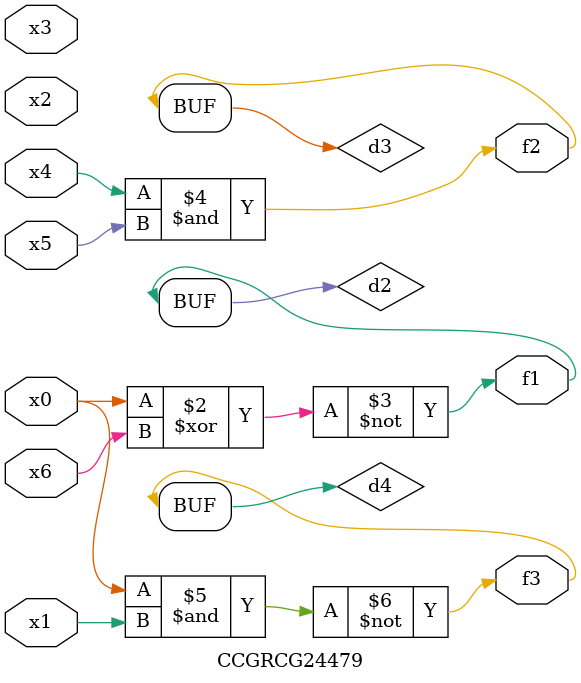
<source format=v>
module CCGRCG24479(
	input x0, x1, x2, x3, x4, x5, x6,
	output f1, f2, f3
);

	wire d1, d2, d3, d4;

	nor (d1, x0);
	xnor (d2, x0, x6);
	and (d3, x4, x5);
	nand (d4, x0, x1);
	assign f1 = d2;
	assign f2 = d3;
	assign f3 = d4;
endmodule

</source>
